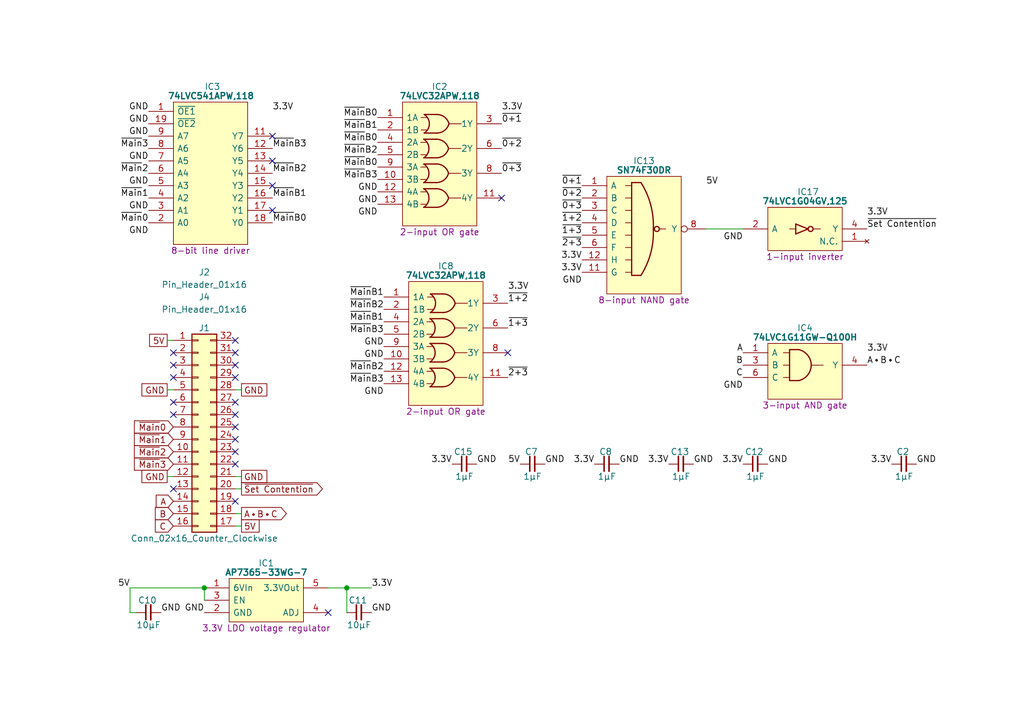
<source format=kicad_sch>
(kicad_sch (version 20250114) (generator "eeschema") (generator_version "9.0")
  (paper "A5")
  (title_block (title "Main Memory Small Abort") (date "2025-09-16") (rev "V0"))
  (lib_symbols
    (symbol "74LVC32APW,118_1" (pin_names (offset 0.762))
      (property "Reference" "IC" (at 12.7 6.35 0))
      (property "Value" "74LVC32APW,118" (at 12.7 4.445 0))
      (property "Description" "2-input OR gate" (at 12.7 -23.495 0))
      (symbol "74LVC32APW,118_1_0_0"
        (pin passive line (at 0 0 0) (length 5.08) (name "1A") (number "1"))
        (pin passive line (at 0 -2.54 0) (length 5.08) (name "1B") (number "2"))
        (pin passive line (at 0 -5.08 0) (length 5.08) (name "2A") (number "4"))
        (pin passive line (at 0 -7.62 0) (length 5.08) (name "2B") (number "5"))
        (pin passive line (at 0 -10.16 0) (length 5.08) (name "3A") (number "9"))
        (pin passive line (at 0 -12.7 0) (length 5.08) (name "3B") (number "10"))
        (pin passive line (at 0 -15.24 0) (length 5.08) (name "4A") (number "12"))
        (pin passive line (at 0 -17.78 0) (length 5.08) (name "4B") (number "13"))
        (pin passive line (at 0 -20.32 0) (length 5.08) (hide yes) (name "GND") (number "7"))
        (pin passive line (at 25.4 1.27 180) (length 5.08) (hide yes) (name "3V") (number "14"))
        (pin passive line (at 25.4 -1.27 180) (length 5.08) (name "1Y") (number "3"))
        (pin passive line (at 25.4 -6.35 180) (length 5.08) (name "2Y") (number "6"))
        (pin passive line (at 25.4 -11.43 180) (length 5.08) (name "3Y") (number "8"))
        (pin passive line (at 25.4 -16.51 180) (length 5.08) (name "4Y") (number "11"))
      )
      (symbol "74LVC32APW,118_1_0_1"
        (polyline (pts (xy 5.08 3.175) (xy 20.32 3.175) (xy 20.32 -22.225) (xy 5.08 -22.225) (xy 5.08 3.175)) (stroke (width 0.1524)) (fill (type background)))
        (arc (start 9.437 -4.445) (mid 10.4969 -6.35) (end 9.437 -8.255) (stroke (width 0.254)))
        (arc (start 9.437 -9.525) (mid 10.4969 -11.43) (end 9.437 -13.335) (stroke (width 0.254)))
        (arc (start 9.437 -14.605) (mid 10.4969 -16.51) (end 9.437 -18.415) (stroke (width 0.254)))
        (arc (start 9.525 0.635) (mid 10.5849 -1.27) (end 9.525 -3.175) (stroke (width 0.254)))
        (polyline (pts (xy 8.802 -5.08) (xy 10.0719 -5.08)))
        (polyline (pts (xy 8.802 -7.62) (xy 10.0719 -7.62)))
        (polyline (pts (xy 8.802 -10.16) (xy 10.0719 -10.16)))
        (polyline (pts (xy 8.802 -12.7) (xy 10.0719 -12.7)))
        (polyline (pts (xy 8.802 -15.24) (xy 10.0719 -15.24)))
        (polyline (pts (xy 8.802 -17.78) (xy 10.0719 -17.78)))
        (polyline (pts (xy 8.89 0) (xy 10.1599 0)))
        (polyline (pts (xy 8.89 -2.54) (xy 10.1599 -2.54)))
        (polyline (pts (xy 11.977 -4.445) (xy 9.437 -4.445)) (stroke (width 0.254)) (fill (type background)))
        (polyline (pts (xy 11.977 -8.255) (xy 9.437 -8.255)) (stroke (width 0.254)) (fill (type background)))
        (polyline (pts (xy 11.977 -9.525) (xy 9.437 -9.525)) (stroke (width 0.254)) (fill (type background)))
        (polyline (pts (xy 11.977 -13.335) (xy 9.437 -13.335)) (stroke (width 0.254)) (fill (type background)))
        (polyline (pts (xy 11.977 -14.605) (xy 9.437 -14.605)) (stroke (width 0.254)) (fill (type background)))
        (polyline (pts (xy 11.977 -18.415) (xy 9.437 -18.415)) (stroke (width 0.254)) (fill (type background)))
        (arc (start 14.517 -6.35) (mid 13.5755 -7.7405) (end 11.977 -8.255) (stroke (width 0.254)))
        (arc (start 14.517 -11.43) (mid 13.5755 -12.8205) (end 11.977 -13.335) (stroke (width 0.254)))
        (arc (start 14.517 -16.51) (mid 13.5755 -17.9005) (end 11.977 -18.415) (stroke (width 0.254)))
        (arc (start 11.977 -4.445) (mid 13.576 -4.9588) (end 14.517 -6.35) (stroke (width 0.254)))
        (arc (start 11.977 -9.525) (mid 13.576 -10.0388) (end 14.517 -11.43) (stroke (width 0.254)))
        (arc (start 11.977 -14.605) (mid 13.576 -15.1188) (end 14.517 -16.51) (stroke (width 0.254)))
        (polyline (pts (xy 12.065 0.635) (xy 9.525 0.635)) (stroke (width 0.254)) (fill (type background)))
        (polyline (pts (xy 12.065 -3.175) (xy 9.525 -3.175)) (stroke (width 0.254)) (fill (type background)))
        (arc (start 14.605 -1.27) (mid 13.6633 -2.6604) (end 12.065 -3.175) (stroke (width 0.254)))
        (arc (start 12.065 0.635) (mid 13.664 0.1212) (end 14.605 -1.27) (stroke (width 0.254)))
        (polyline (pts (xy 14.517 -6.35) (xy 17.057 -6.35)))
        (polyline (pts (xy 14.517 -11.43) (xy 17.057 -11.43)))
        (polyline (pts (xy 14.517 -16.51) (xy 17.057 -16.51)))
        (polyline (pts (xy 14.605 -1.27) (xy 17.145 -1.27)))
      )
    )
    (symbol "74LVC32APW,118_2" (pin_names (offset 0.762))
      (property "Reference" "IC" (at 12.7 6.35 0))
      (property "Value" "74LVC32APW,118" (at 12.7 4.445 0))
      (property "Description" "2-input OR gate" (at 12.7 -23.495 0))
      (symbol "74LVC32APW,118_2_0_0"
        (pin passive line (at 0 0 0) (length 5.08) (name "1A") (number "1"))
        (pin passive line (at 0 -2.54 0) (length 5.08) (name "1B") (number "2"))
        (pin passive line (at 0 -5.08 0) (length 5.08) (name "2A") (number "4"))
        (pin passive line (at 0 -7.62 0) (length 5.08) (name "2B") (number "5"))
        (pin passive line (at 0 -10.16 0) (length 5.08) (name "3A") (number "9"))
        (pin passive line (at 0 -12.7 0) (length 5.08) (name "3B") (number "10"))
        (pin passive line (at 0 -15.24 0) (length 5.08) (name "4A") (number "12"))
        (pin passive line (at 0 -17.78 0) (length 5.08) (name "4B") (number "13"))
        (pin passive line (at 0 -20.32 0) (length 5.08) (hide yes) (name "GND") (number "7"))
        (pin passive line (at 25.4 1.27 180) (length 5.08) (hide yes) (name "3V") (number "14"))
        (pin passive line (at 25.4 -1.27 180) (length 5.08) (name "1Y") (number "3"))
        (pin passive line (at 25.4 -6.35 180) (length 5.08) (name "2Y") (number "6"))
        (pin passive line (at 25.4 -11.43 180) (length 5.08) (name "3Y") (number "8"))
        (pin passive line (at 25.4 -16.51 180) (length 5.08) (name "4Y") (number "11"))
      )
      (symbol "74LVC32APW,118_2_0_1"
        (polyline (pts (xy 5.08 3.175) (xy 20.32 3.175) (xy 20.32 -22.225) (xy 5.08 -22.225) (xy 5.08 3.175)) (stroke (width 0.1524)) (fill (type background)))
        (arc (start 9.437 -4.445) (mid 10.4969 -6.35) (end 9.437 -8.255) (stroke (width 0.254)))
        (arc (start 9.437 -9.525) (mid 10.4969 -11.43) (end 9.437 -13.335) (stroke (width 0.254)))
        (arc (start 9.437 -14.605) (mid 10.4969 -16.51) (end 9.437 -18.415) (stroke (width 0.254)))
        (arc (start 9.525 0.635) (mid 10.5849 -1.27) (end 9.525 -3.175) (stroke (width 0.254)))
        (polyline (pts (xy 8.802 -5.08) (xy 10.0719 -5.08)))
        (polyline (pts (xy 8.802 -7.62) (xy 10.0719 -7.62)))
        (polyline (pts (xy 8.802 -10.16) (xy 10.0719 -10.16)))
        (polyline (pts (xy 8.802 -12.7) (xy 10.0719 -12.7)))
        (polyline (pts (xy 8.802 -15.24) (xy 10.0719 -15.24)))
        (polyline (pts (xy 8.802 -17.78) (xy 10.0719 -17.78)))
        (polyline (pts (xy 8.89 0) (xy 10.1599 0)))
        (polyline (pts (xy 8.89 -2.54) (xy 10.1599 -2.54)))
        (polyline (pts (xy 11.977 -4.445) (xy 9.437 -4.445)) (stroke (width 0.254)) (fill (type background)))
        (polyline (pts (xy 11.977 -8.255) (xy 9.437 -8.255)) (stroke (width 0.254)) (fill (type background)))
        (polyline (pts (xy 11.977 -9.525) (xy 9.437 -9.525)) (stroke (width 0.254)) (fill (type background)))
        (polyline (pts (xy 11.977 -13.335) (xy 9.437 -13.335)) (stroke (width 0.254)) (fill (type background)))
        (polyline (pts (xy 11.977 -14.605) (xy 9.437 -14.605)) (stroke (width 0.254)) (fill (type background)))
        (polyline (pts (xy 11.977 -18.415) (xy 9.437 -18.415)) (stroke (width 0.254)) (fill (type background)))
        (arc (start 14.517 -6.35) (mid 13.5755 -7.7405) (end 11.977 -8.255) (stroke (width 0.254)))
        (arc (start 14.517 -11.43) (mid 13.5755 -12.8205) (end 11.977 -13.335) (stroke (width 0.254)))
        (arc (start 14.517 -16.51) (mid 13.5755 -17.9005) (end 11.977 -18.415) (stroke (width 0.254)))
        (arc (start 11.977 -4.445) (mid 13.576 -4.9588) (end 14.517 -6.35) (stroke (width 0.254)))
        (arc (start 11.977 -9.525) (mid 13.576 -10.0388) (end 14.517 -11.43) (stroke (width 0.254)))
        (arc (start 11.977 -14.605) (mid 13.576 -15.1188) (end 14.517 -16.51) (stroke (width 0.254)))
        (polyline (pts (xy 12.065 0.635) (xy 9.525 0.635)) (stroke (width 0.254)) (fill (type background)))
        (polyline (pts (xy 12.065 -3.175) (xy 9.525 -3.175)) (stroke (width 0.254)) (fill (type background)))
        (arc (start 14.605 -1.27) (mid 13.6633 -2.6604) (end 12.065 -3.175) (stroke (width 0.254)))
        (arc (start 12.065 0.635) (mid 13.664 0.1212) (end 14.605 -1.27) (stroke (width 0.254)))
        (polyline (pts (xy 14.517 -6.35) (xy 17.057 -6.35)))
        (polyline (pts (xy 14.517 -11.43) (xy 17.057 -11.43)))
        (polyline (pts (xy 14.517 -16.51) (xy 17.057 -16.51)))
        (polyline (pts (xy 14.605 -1.27) (xy 17.145 -1.27)))
      )
    )
    (symbol "Connector_Generic:Conn_02x16_Counter_Clockwise" (pin_names (offset 1.016) (hide yes))
      (property "Reference" "J" (at 1.27 20.32 0))
      (property "Value" "Conn_02x16_Counter_Clockwise" (at 1.27 -22.86 0))
      (symbol "Conn_02x16_Counter_Clockwise_1_1"
        (rectangle (start -1.27 19.05) (end 3.81 -21.59) (stroke (width 0.254)) (fill (type background)))
        (rectangle (start -1.27 17.907) (end 0 17.653) (stroke (width 0.1524)))
        (rectangle (start -1.27 15.367) (end 0 15.113) (stroke (width 0.1524)))
        (rectangle (start -1.27 12.827) (end 0 12.573) (stroke (width 0.1524)))
        (rectangle (start -1.27 10.287) (end 0 10.033) (stroke (width 0.1524)))
        (rectangle (start -1.27 7.747) (end 0 7.493) (stroke (width 0.1524)))
        (rectangle (start -1.27 5.207) (end 0 4.953) (stroke (width 0.1524)))
        (rectangle (start -1.27 2.667) (end 0 2.413) (stroke (width 0.1524)))
        (rectangle (start -1.27 0.127) (end 0 -0.127) (stroke (width 0.1524)))
        (rectangle (start -1.27 -2.413) (end 0 -2.667) (stroke (width 0.1524)))
        (rectangle (start -1.27 -4.953) (end 0 -5.207) (stroke (width 0.1524)))
        (rectangle (start -1.27 -7.493) (end 0 -7.747) (stroke (width 0.1524)))
        (rectangle (start -1.27 -10.033) (end 0 -10.287) (stroke (width 0.1524)))
        (rectangle (start -1.27 -12.573) (end 0 -12.827) (stroke (width 0.1524)))
        (rectangle (start -1.27 -15.113) (end 0 -15.367) (stroke (width 0.1524)))
        (rectangle (start -1.27 -17.653) (end 0 -17.907) (stroke (width 0.1524)))
        (rectangle (start -1.27 -20.193) (end 0 -20.447) (stroke (width 0.1524)))
        (rectangle (start 3.81 17.907) (end 2.54 17.653) (stroke (width 0.1524)))
        (rectangle (start 3.81 15.367) (end 2.54 15.113) (stroke (width 0.1524)))
        (rectangle (start 3.81 12.827) (end 2.54 12.573) (stroke (width 0.1524)))
        (rectangle (start 3.81 10.287) (end 2.54 10.033) (stroke (width 0.1524)))
        (rectangle (start 3.81 7.747) (end 2.54 7.493) (stroke (width 0.1524)))
        (rectangle (start 3.81 5.207) (end 2.54 4.953) (stroke (width 0.1524)))
        (rectangle (start 3.81 2.667) (end 2.54 2.413) (stroke (width 0.1524)))
        (rectangle (start 3.81 0.127) (end 2.54 -0.127) (stroke (width 0.1524)))
        (rectangle (start 3.81 -2.413) (end 2.54 -2.667) (stroke (width 0.1524)))
        (rectangle (start 3.81 -4.953) (end 2.54 -5.207) (stroke (width 0.1524)))
        (rectangle (start 3.81 -7.493) (end 2.54 -7.747) (stroke (width 0.1524)))
        (rectangle (start 3.81 -10.033) (end 2.54 -10.287) (stroke (width 0.1524)))
        (rectangle (start 3.81 -12.573) (end 2.54 -12.827) (stroke (width 0.1524)))
        (rectangle (start 3.81 -15.113) (end 2.54 -15.367) (stroke (width 0.1524)))
        (rectangle (start 3.81 -17.653) (end 2.54 -17.907) (stroke (width 0.1524)))
        (rectangle (start 3.81 -20.193) (end 2.54 -20.447) (stroke (width 0.1524)))
        (pin passive line (at -5.08 17.78 0) (length 3.81) (name "Pin_1") (number "1"))
        (pin passive line (at -5.08 15.24 0) (length 3.81) (name "Pin_2") (number "2"))
        (pin passive line (at -5.08 12.7 0) (length 3.81) (name "Pin_3") (number "3"))
        (pin passive line (at -5.08 10.16 0) (length 3.81) (name "Pin_4") (number "4"))
        (pin passive line (at -5.08 7.62 0) (length 3.81) (name "Pin_5") (number "5"))
        (pin passive line (at -5.08 5.08 0) (length 3.81) (name "Pin_6") (number "6"))
        (pin passive line (at -5.08 2.54 0) (length 3.81) (name "Pin_7") (number "7"))
        (pin passive line (at -5.08 0 0) (length 3.81) (name "Pin_8") (number "8"))
        (pin passive line (at -5.08 -2.54 0) (length 3.81) (name "Pin_9") (number "9"))
        (pin passive line (at -5.08 -5.08 0) (length 3.81) (name "Pin_10") (number "10"))
        (pin passive line (at -5.08 -7.62 0) (length 3.81) (name "Pin_11") (number "11"))
        (pin passive line (at -5.08 -10.16 0) (length 3.81) (name "Pin_12") (number "12"))
        (pin passive line (at -5.08 -12.7 0) (length 3.81) (name "Pin_13") (number "13"))
        (pin passive line (at -5.08 -15.24 0) (length 3.81) (name "Pin_14") (number "14"))
        (pin passive line (at -5.08 -17.78 0) (length 3.81) (name "Pin_15") (number "15"))
        (pin passive line (at -5.08 -20.32 0) (length 3.81) (name "Pin_16") (number "16"))
        (pin passive line (at 7.62 17.78 180) (length 3.81) (name "Pin_32") (number "32"))
        (pin passive line (at 7.62 15.24 180) (length 3.81) (name "Pin_31") (number "31"))
        (pin passive line (at 7.62 12.7 180) (length 3.81) (name "Pin_30") (number "30"))
        (pin passive line (at 7.62 10.16 180) (length 3.81) (name "Pin_29") (number "29"))
        (pin passive line (at 7.62 7.62 180) (length 3.81) (name "Pin_28") (number "28"))
        (pin passive line (at 7.62 5.08 180) (length 3.81) (name "Pin_27") (number "27"))
        (pin passive line (at 7.62 2.54 180) (length 3.81) (name "Pin_26") (number "26"))
        (pin passive line (at 7.62 0 180) (length 3.81) (name "Pin_25") (number "25"))
        (pin passive line (at 7.62 -2.54 180) (length 3.81) (name "Pin_24") (number "24"))
        (pin passive line (at 7.62 -5.08 180) (length 3.81) (name "Pin_23") (number "23"))
        (pin passive line (at 7.62 -7.62 180) (length 3.81) (name "Pin_22") (number "22"))
        (pin passive line (at 7.62 -10.16 180) (length 3.81) (name "Pin_21") (number "21"))
        (pin passive line (at 7.62 -12.7 180) (length 3.81) (name "Pin_20") (number "20"))
        (pin passive line (at 7.62 -15.24 180) (length 3.81) (name "Pin_19") (number "19"))
        (pin passive line (at 7.62 -17.78 180) (length 3.81) (name "Pin_18") (number "18"))
        (pin passive line (at 7.62 -20.32 180) (length 3.81) (name "Pin_17") (number "17"))
      )
    )
    (symbol "Diodes_Inc:AP7365-33WG-7" (pin_names (offset 0.762))
      (property "Reference" "IC" (at 12.7 5.08 0))
      (property "Value" "AP7365-33WG-7" (at 12.7 3.175 0))
      (property "Description" "3.3V LDO voltage regulator" (at 12.7 -8.255 0))
      (symbol "AP7365-33WG-7_0_0"
        (pin input line (at 0 -2.54 0) (length 5.08) (name "EN") (number "3"))
        (pin passive line (at 0 -5.08 0) (length 5.08) (name "GND") (number "2"))
        (pin passive line (at 25.4 -5.08 180) (length 5.08) (name "ADJ") (number "4"))
      )
      (symbol "AP7365-33WG-7_0_1"
        (polyline (pts (xy 5.08 1.905) (xy 20.32 1.905) (xy 20.32 -6.985) (xy 5.08 -6.985) (xy 5.08 1.905)) (fill (type background)))
      )
      (symbol "AP7365-33WG-7_1_0"
        (pin passive line (at 0 0 0) (length 5.08) (name "6VIn") (number "1"))
        (pin passive line (at 25.4 0 180) (length 5.08) (name "3.3VOut") (number "5"))
      )
    )
    (symbol "HCP65:C_0805" (pin_numbers (hide yes)) (pin_names (offset 0.254) (hide yes))
      (property "Reference" "C" (at 2.286 2.54 0))
      (property "Value" "?μF" (at 2.54 -2.54 0))
      (symbol "C_0805_0_1"
        (polyline (pts (xy 1.9685 -1.4605) (xy 1.9685 1.5875)) (stroke (width 0.3048)))
        (polyline (pts (xy 2.9845 -1.4605) (xy 2.9845 1.5875)) (stroke (width 0.3302)))
      )
      (symbol "C_0805_1_1"
        (pin passive line (at 0 0 0) (length 2.032) (name "~") (number "1"))
        (pin passive line (at 5.08 0 180) (length 2.032) (name "~") (number "2"))
      )
    )
    (symbol "HCP65:Pin_Header_01x32" (pin_names (offset 1.016) (hide yes))
      (property "Reference" "J" (at 0 1.27 0))
      (property "Value" "Pin_Header_01x32" (at 0 -1.27 0))
    )
    (symbol "Nexperia:74LVC1G04GV,125" (pin_names (offset 0.762))
      (property "Reference" "IC" (at 13.335 5.08 0))
      (property "Value" "74LVC1G04GV,125" (at 12.7 3.175 0))
      (property "Description" "1-input inverter" (at 12.7 -8.255 0))
      (symbol "74LVC1G04GV,125_0_0"
        (pin input line (at 0 -2.54 0) (length 5.08) (name "A") (number "2"))
        (pin passive line (at 0 -5.08 0) (length 5.08) (hide yes) (name "GND") (number "3"))
        (pin passive line (at 25.4 0 180) (length 5.08) (hide yes) (name "3V") (number "5"))
        (pin output line (at 25.4 -2.54 180) (length 5.08) (name "Y") (number "4"))
        (pin no_connect line (at 25.4 -5.08 180) (length 5.08) (name "N.C.") (number "1"))
      )
      (symbol "74LVC1G04GV,125_0_1"
        (polyline (pts (xy 5.08 1.905) (xy 20.32 1.905) (xy 20.32 -6.985) (xy 5.08 -6.985) (xy 5.08 1.905)) (stroke (width 0.1524)) (fill (type background)))
        (polyline (pts (xy 9.525 -2.54) (xy 10.7949 -2.54)))
        (rectangle (start 10.795 -1.524) (end 10.795 -3.556) (stroke (width 0.254)) (fill (type background)))
        (polyline (pts (xy 10.795 -3.556) (xy 13.335 -2.54) (xy 10.795 -1.524)) (stroke (width 0.254)))
        (circle (center 13.843 -2.54) (radius 0.508) (stroke (width 0.254)))
        (polyline (pts (xy 14.351 -2.54) (xy 15.875 -2.54)))
      )
    )
    (symbol "Nexperia:74LVC1G11GW-Q100H" (pin_names (offset 0.762))
      (property "Reference" "IC" (at 12.7 5.08 0))
      (property "Value" "74LVC1G11GW-Q100H" (at 12.7 3.175 0))
      (property "Description" "3-input AND gate" (at 12.7 -10.795 0))
      (symbol "74LVC1G11GW-Q100H_0_0"
        (pin input line (at 0 0 0) (length 5.08) (name "A") (number "1"))
        (pin input line (at 0 -2.54 0) (length 5.08) (name "B") (number "3"))
        (pin input line (at 0 -5.08 0) (length 5.08) (name "C") (number "6"))
        (pin output line (at 25.4 -2.54 180) (length 5.08) (name "Y") (number "4"))
      )
      (symbol "74LVC1G11GW-Q100H_0_1"
        (polyline (pts (xy 5.08 1.905) (xy 20.32 1.905) (xy 20.32 -9.525) (xy 5.08 -9.525) (xy 5.08 1.905)) (stroke (width 0.1524)) (fill (type background)))
        (polyline (pts (xy 8.255 0) (xy 9.5249 0)))
        (polyline (pts (xy 8.255 -2.54) (xy 9.5249 -2.54)))
        (polyline (pts (xy 8.255 -5.08) (xy 9.5249 -5.08)))
        (polyline (pts (xy 9.525 0.635) (xy 9.525 -5.715)) (stroke (width 0.254)) (fill (type background)))
        (arc (start 13.97 -2.54) (mid 13.2459 -4.5643) (end 11.43 -5.715) (stroke (width 0.254)))
        (arc (start 11.43 0.635) (mid 13.2468 -0.5149) (end 13.97 -2.54) (stroke (width 0.254)))
        (polyline (pts (xy 11.43 0.635) (xy 9.613 0.635)) (stroke (width 0.254)) (fill (type background)))
        (polyline (pts (xy 11.43 -5.715) (xy 9.613 -5.715)) (stroke (width 0.254)) (fill (type background)))
        (polyline (pts (xy 13.97 -2.54) (xy 16.422 -2.54)))
      )
      (symbol "74LVC1G11GW-Q100H_1_0"
        (pin passive line (at 0 -7.62 0) (length 5.08) (hide yes) (name "GND") (number "2"))
        (pin passive line (at 25.4 0 180) (length 5.08) (hide yes) (name "3V") (number "5"))
      )
    )
    (symbol "Nexperia:74LVC541APW,118" (pin_names (offset 0.762))
      (property "Reference" "IC" (at 11.43 5.08 0))
      (property "Value" "74LVC541APW,118" (at 3.81 3.175 0))
      (property "Description" "8-bit line driver" (at 12.7 -28.575 0))
      (symbol "74LVC541APW,118_0_0"
        (pin input line (at 0 0 0) (length 5.08) (name "~{OE1}") (number "1"))
        (pin input line (at 0 -2.54 0) (length 5.08) (name "~{OE2}") (number "19"))
        (pin input line (at 0 -5.08 0) (length 5.08) (name "A7") (number "9"))
        (pin input line (at 0 -7.62 0) (length 5.08) (name "A6") (number "8"))
        (pin input line (at 0 -10.16 0) (length 5.08) (name "A5") (number "7"))
        (pin input line (at 0 -12.7 0) (length 5.08) (name "A4") (number "6"))
        (pin input line (at 0 -15.24 0) (length 5.08) (name "A3") (number "5"))
        (pin input line (at 0 -17.78 0) (length 5.08) (name "A2") (number "4"))
        (pin input line (at 0 -20.32 0) (length 5.08) (name "A1") (number "3"))
        (pin input line (at 0 -22.86 0) (length 5.08) (name "A0") (number "2"))
        (pin passive line (at 0 -25.4 0) (length 5.08) (hide yes) (name "GND") (number "10"))
        (pin passive line (at 25.4 0 180) (length 5.08) (hide yes) (name "3V") (number "20"))
        (pin tri_state line (at 25.4 -5.08 180) (length 5.08) (name "Y7") (number "11"))
        (pin tri_state line (at 25.4 -7.62 180) (length 5.08) (name "Y6") (number "12"))
        (pin tri_state line (at 25.4 -10.16 180) (length 5.08) (name "Y5") (number "13"))
        (pin tri_state line (at 25.4 -12.7 180) (length 5.08) (name "Y4") (number "14"))
        (pin tri_state line (at 25.4 -15.24 180) (length 5.08) (name "Y3") (number "15"))
        (pin tri_state line (at 25.4 -17.78 180) (length 5.08) (name "Y2") (number "16"))
        (pin tri_state line (at 25.4 -20.32 180) (length 5.08) (name "Y1") (number "17"))
        (pin tri_state line (at 25.4 -22.86 180) (length 5.08) (name "Y0") (number "18"))
      )
      (symbol "74LVC541APW,118_0_1"
        (polyline (pts (xy 5.08 1.905) (xy 20.32 1.905) (xy 20.32 -27.305) (xy 5.08 -27.305) (xy 5.08 1.905)) (stroke (width 0.1524)) (fill (type background)))
      )
    )
    (symbol "Texas_Instruments:SN74F30DR" (pin_names (offset 0.762))
      (property "Reference" "IC" (at 12.7 5.08 0))
      (property "Value" "SN74F30DR" (at 12.7 3.175 0))
      (property "Description" "8-input NAND gate" (at 12.7 -23.495 0))
      (symbol "SN74F30DR_0_0"
        (pin input line (at 0 0 0) (length 5.08) (name "A") (number "1"))
        (pin input line (at 0 -2.54 0) (length 5.08) (name "B") (number "2"))
        (pin input line (at 0 -5.08 0) (length 5.08) (name "C") (number "3"))
        (pin input line (at 0 -7.62 0) (length 5.08) (name "D") (number "4"))
        (pin input line (at 0 -10.16 0) (length 5.08) (name "E") (number "5"))
        (pin input line (at 0 -12.7 0) (length 5.08) (name "F") (number "6"))
        (pin input line (at 0 -15.24 0) (length 5.08) (name "H") (number "12"))
        (pin input line (at 0 -17.78 0) (length 5.08) (name "G") (number "11"))
        (pin passive line (at 0 -20.32 0) (length 5.08) (hide yes) (name "GND") (number "7"))
        (pin passive line (at 25.4 0 180) (length 5.08) (hide yes) (name "5V") (number "14"))
        (pin no_connect line (at 25.4 -15.24 180) (length 5.08) (hide yes) (name "N.C.") (number "13"))
        (pin no_connect line (at 25.4 -17.78 180) (length 5.08) (hide yes) (name "N.C.") (number "10"))
        (pin no_connect line (at 25.4 -20.32 180) (length 5.08) (hide yes) (name "N.C.") (number "9"))
      )
      (symbol "SN74F30DR_0_1"
        (arc (start 12.065 0.635) (mid 14.0638 -3.9331) (end 14.605 -8.89) (stroke (width 0.254)))
        (arc (start 14.605 -8.89) (mid 14.065 -13.8472) (end 12.065 -18.415) (stroke (width 0.254)))
        (polyline (pts (xy 5.08 1.905) (xy 20.32 1.905) (xy 20.32 -22.225) (xy 5.08 -22.225) (xy 5.08 1.905)) (stroke (width 0.1524)) (fill (type background)))
        (polyline (pts (xy 8.89 0) (xy 10.1599 0)))
        (polyline (pts (xy 8.89 -2.54) (xy 10.1599 -2.54)))
        (polyline (pts (xy 8.89 -5.08) (xy 10.1599 -5.08)))
        (polyline (pts (xy 8.89 -7.62) (xy 10.1599 -7.62)))
        (polyline (pts (xy 8.89 -10.16) (xy 10.1599 -10.16)))
        (polyline (pts (xy 8.89 -12.7) (xy 10.1599 -12.7)))
        (polyline (pts (xy 8.89 -15.24) (xy 10.1599 -15.24)))
        (polyline (pts (xy 8.89 -17.78) (xy 10.1599 -17.78)))
        (polyline (pts (xy 10.16 0.635) (xy 10.16 -18.415)) (stroke (width 0.254)) (fill (type background)))
        (polyline (pts (xy 12.065 0.635) (xy 10.248 0.635)) (stroke (width 0.254)) (fill (type background)))
        (polyline (pts (xy 12.065 -18.415) (xy 10.248 -18.415)) (stroke (width 0.254)) (fill (type background)))
        (circle (center 15.328 -8.89) (radius 0.508) (stroke (width 0.254)))
        (polyline (pts (xy 15.963 -8.89) (xy 17.145 -8.89)))
      )
      (symbol "SN74F30DR_1_0"
        (pin output inverted (at 25.4 -8.89 180) (length 5.08) (name "Y") (number "8"))
      )
    )
  )
  (junction (at 41.91 120.65))
  (junction (at 71.12 120.65))
  (no_connect (at 48.26 72.39))
  (no_connect (at 35.56 82.55))
  (no_connect (at 35.56 77.47))
  (no_connect (at 48.26 69.85))
  (no_connect (at 48.26 87.63))
  (no_connect (at 67.31 125.73))
  (no_connect (at 48.26 95.25))
  (no_connect (at 35.56 100.33))
  (no_connect (at 55.88 27.94))
  (no_connect (at 48.26 102.87))
  (no_connect (at 35.56 85.09))
  (no_connect (at 48.26 82.55))
  (no_connect (at 35.56 72.39))
  (no_connect (at 55.88 38.1))
  (no_connect (at 48.26 92.71))
  (no_connect (at 55.88 33.02))
  (no_connect (at 48.26 74.93))
  (no_connect (at 104.14 72.39))
  (no_connect (at 102.87 40.64))
  (no_connect (at 35.56 74.93))
  (no_connect (at 55.88 43.18))
  (no_connect (at 48.26 85.09))
  (no_connect (at 48.26 90.17))
  (no_connect (at 48.26 77.47))
  (wire (pts (xy 71.12 125.73) (xy 71.12 120.65)))
  (wire (pts (xy 34.29 80.01) (xy 35.56 80.01)))
  (wire (pts (xy 49.53 105.41) (xy 48.26 105.41)))
  (wire (pts (xy 26.67 120.65) (xy 41.91 120.65)))
  (wire (pts (xy 41.91 120.65) (xy 41.91 123.19)))
  (wire (pts (xy 49.53 107.95) (xy 48.26 107.95)))
  (wire (pts (xy 34.29 69.85) (xy 35.56 69.85)))
  (wire (pts (xy 67.31 120.65) (xy 71.12 120.65)))
  (wire (pts (xy 26.67 120.65) (xy 26.67 125.73)))
  (wire (pts (xy 49.53 97.79) (xy 48.26 97.79)))
  (wire (pts (xy 49.53 80.01) (xy 48.26 80.01)))
  (wire (pts (xy 144.78 46.99) (xy 152.4 46.99)))
  (wire (pts (xy 34.29 97.79) (xy 35.56 97.79)))
  (wire (pts (xy 26.67 125.73) (xy 27.94 125.73)))
  (wire (pts (xy 71.12 120.65) (xy 76.2 120.65)))
  (wire (pts (xy 49.53 100.33) (xy 48.26 100.33)))
  (label "3.3V" (at 92.71 95.25 180))
  (label "3.3V" (at 182.88 95.25 180))
  (label "~{Main}3" (at 30.48 30.48 180))
  (label "~{1+3}" (at 119.38 48.26 180))
  (label "GND" (at 30.48 43.18 180))
  (label "~{Main}B2" (at 77.47 31.75 180))
  (label "GND" (at 111.76 95.25 0))
  (label "3.3V" (at 137.16 95.25 180))
  (label "~{1+3}" (at 104.14 67.31 0))
  (label "GND" (at 30.48 38.1 180))
  (label "GND" (at 76.2 125.73 0))
  (label "3.3V" (at 102.87 22.86 0))
  (label "GND" (at 78.74 81.28 180))
  (label "GND" (at 152.4 80.01 180))
  (label "~{Main}B3" (at 78.74 68.58 180))
  (label "~{Main}2" (at 30.48 35.56 180))
  (label "GND" (at 78.74 71.12 180))
  (label "GND" (at 30.48 25.4 180))
  (label "~{0+1}" (at 119.38 38.1 180))
  (label "~{0+3}" (at 102.87 35.56 0))
  (label "GND" (at 152.4 49.53 180))
  (label "~{0+3}" (at 119.38 43.18 180))
  (label "3.3V" (at 177.8 72.39 0))
  (label "GND" (at 187.96 95.25 0))
  (label "~{Main}B1" (at 78.74 60.96 180))
  (label "~{Main}B1" (at 55.88 40.64 0))
  (label "GND" (at 33.02 125.73 0))
  (label "5V" (at 26.67 120.65 180))
  (label "~{Main}1" (at 30.48 40.64 180))
  (label "~{Main}B0" (at 77.47 34.29 180))
  (label "3.3V" (at 104.14 59.69 0))
  (label "3.3V" (at 121.92 95.25 180))
  (label "GND" (at 30.48 33.02 180))
  (label "GND" (at 78.74 73.66 180))
  (label "GND" (at 30.48 22.86 180))
  (label "GND" (at 41.91 125.73 180))
  (label "3.3V" (at 152.4 95.25 180))
  (label "~{Main}B2" (at 55.88 35.56 0))
  (label "GND" (at 30.48 48.26 180))
  (label "~{Main}0" (at 30.48 45.72 180))
  (label "GND" (at 127 95.25 0))
  (label "~{Main}B1" (at 77.47 26.67 180))
  (label "~{2+3}" (at 119.38 50.8 180))
  (label "~{Main}B0" (at 77.47 24.13 180))
  (label "~{Main}B3" (at 55.88 30.48 0))
  (label "GND" (at 77.47 39.37 180))
  (label "~{Main}B3" (at 78.74 78.74 180))
  (label "~{1+2}" (at 119.38 45.72 180))
  (label "3.3V" (at 119.38 55.88 180))
  (label "A" (at 152.4 72.39 180))
  (label "3.3V" (at 177.8 44.45 0))
  (label "3.3V" (at 119.38 53.34 180))
  (label "GND" (at 157.48 95.25 0))
  (label "~{0+2}" (at 119.38 40.64 180))
  (label "C" (at 152.4 77.47 180))
  (label "GND" (at 97.79 95.25 0))
  (label "A•B•C" (at 177.8 74.93 0))
  (label "~{Main}B1" (at 78.74 66.04 180))
  (label "3.3V" (at 55.88 22.86 0))
  (label "~{Main}B2" (at 78.74 63.5 180))
  (label "GND" (at 119.38 58.42 180))
  (label "3.3V" (at 76.2 120.65 0))
  (label "GND" (at 77.47 41.91 180))
  (label "~{2+3}" (at 104.14 77.47 0))
  (label "5V" (at 106.68 95.25 180))
  (label "~{Set Contention}" (at 177.8 46.99 0))
  (label "~{Main}B0" (at 77.47 29.21 180))
  (label "GND" (at 30.48 27.94 180))
  (label "B" (at 152.4 74.93 180))
  (label "5V" (at 144.78 38.1 0))
  (label "~{0+2}" (at 102.87 30.48 0))
  (label "~{Main}B2" (at 78.74 76.2 180))
  (label "GND" (at 77.47 44.45 180))
  (label "~{1+2}" (at 104.14 62.23 0))
  (label "~{Main}B0" (at 55.88 45.72 0))
  (label "~{0+1}" (at 102.87 25.4 0))
  (label "GND" (at 142.24 95.25 0))
  (label "~{Main}B3" (at 77.47 36.83 180))
  (global_label "~{Main}2" (shape input) (at 35.56 92.71 180) (property "Intersheetrefs" "${INTERSHEET_REFS}" (effects (hide yes))))
  (global_label "C" (shape input) (at 35.56 107.95 180) (property "Intersheetrefs" "${INTERSHEET_REFS}" (effects (hide yes))))
  (global_label "5V" (shape passive) (at 34.29 69.85 180) (property "Intersheetrefs" "${INTERSHEET_REFS}" (effects (hide yes))))
  (global_label "~{Main}0" (shape input) (at 35.56 87.63 180) (property "Intersheetrefs" "${INTERSHEET_REFS}" (effects (hide yes))))
  (global_label "A" (shape input) (at 35.56 102.87 180) (property "Intersheetrefs" "${INTERSHEET_REFS}" (effects (hide yes))))
  (global_label "GND" (shape passive) (at 49.53 80.01 0) (property "Intersheetrefs" "${INTERSHEET_REFS}" (effects (hide yes))))
  (global_label "5V" (shape passive) (at 49.53 107.95 0) (property "Intersheetrefs" "${INTERSHEET_REFS}" (effects (hide yes))))
  (global_label "~{Set Contention}" (shape output) (at 49.53 100.33 0) (property "Intersheetrefs" "${INTERSHEET_REFS}" (effects (hide yes))))
  (global_label "B" (shape input) (at 35.56 105.41 180) (property "Intersheetrefs" "${INTERSHEET_REFS}" (effects (hide yes))))
  (global_label "GND" (shape passive) (at 34.29 80.01 180) (property "Intersheetrefs" "${INTERSHEET_REFS}" (effects (hide yes))))
  (global_label "GND" (shape passive) (at 49.53 97.79 0) (property "Intersheetrefs" "${INTERSHEET_REFS}" (effects (hide yes))))
  (global_label "~{Main}3" (shape input) (at 35.56 95.25 180) (property "Intersheetrefs" "${INTERSHEET_REFS}" (effects (hide yes))))
  (global_label "GND" (shape passive) (at 34.29 97.79 180) (property "Intersheetrefs" "${INTERSHEET_REFS}" (effects (hide yes))))
  (global_label "A•B•C" (shape output) (at 49.53 105.41 0) (property "Intersheetrefs" "${INTERSHEET_REFS}" (effects (hide yes))))
  (global_label "~{Main}1" (shape input) (at 35.56 90.17 180) (property "Intersheetrefs" "${INTERSHEET_REFS}" (effects (hide yes))))
  (symbol (lib_id "HCP65:C_0805") (at 92.71 95.25 0) (unit 1)
    (property "Reference" "C15" (at 94.996 92.71 0))
    (property "Value" "1μF" (at 95.25 97.79 0))
    (property "Footprint" "SamacSys_Parts:C_0805" (effects (hide yes)))
  )
  (symbol (lib_id "HCP65:Pin_Header_01x32") (at 41.91 62.23 0) (unit 1)
    (property "Reference" "J4" (at 41.91 60.96 0))
    (property "Value" "Pin_Header_01x16" (at 41.91 63.5 0))
    (property "Footprint" "SamacSys_Parts:PinHeader_1x16_P2.54mm_Vertical" (effects (hide yes)))
  )
  (symbol (lib_name "74LVC32APW,118_1") (lib_id "Nexperia:74LVC32APW,118") (at 77.47 24.13 0) (unit 1)
    (property "Reference" "IC2" (at 90.17 17.78 0))
    (property "Value" "74LVC32APW,118" (at 90.17 19.685 0) (effects (font (bold yes))))
    (property "Footprint" "SamacSys_Parts:SOP65P640X110-14N" (effects (hide yes)))
    (property "Datasheet" "https://assets.nexperia.com/documents/data-sheet/74LVC32A.pdf" (effects (hide yes)))
    (property "Description" "2-input OR gate" (at 90.17 47.625 0))
    (property "Height" "1.1" (effects (hide yes)))
    (property "Manufacturer_Name" "Nexperia" (effects (hide yes)))
    (property "Manufacturer_Part_Number" "74LVC32APW,118" (effects (hide yes)))
    (property "Mouser Part Number" "771-74LVC32APW-T" (effects (hide yes)))
    (property "Mouser Price/Stock" "https://www.mouser.com/Search/Refine.aspx?Keyword=771-74LVC32APW-T" (effects (hide yes)))
    (property "Silkscreen" "74LVC32" (effects (hide yes)))
  )
  (symbol (lib_id "Texas_Instruments:SN74F30DR") (at 119.38 38.1 0) (unit 1)
    (property "Reference" "IC13" (at 132.08 33.02 0))
    (property "Value" "SN74F30DR" (at 132.08 34.925 0) (effects (font (bold yes))))
    (property "Footprint" "SamacSys_Parts:SOIC127P600X175-14N" (effects (hide yes)))
    (property "Datasheet" "http://www.ti.com/lit/gpn/sn74f30" (effects (hide yes)))
    (property "Description" "8-input NAND gate" (at 132.08 61.595 0))
    (property "Height" "1.75" (effects (hide yes)))
    (property "Manufacturer_Name" "Texas Instruments" (effects (hide yes)))
    (property "Manufacturer_Part_Number" "SN74F30DR" (effects (hide yes)))
    (property "Mouser Part Number" "595-SN74F30DR" (effects (hide yes)))
    (property "Mouser Price/Stock" "https://www.mouser.com/Search/Refine.aspx?Keyword=595-SN74F30DR" (effects (hide yes)))
    (property "Silkscreen" "74F30" (effects (hide yes)))
  )
  (symbol (lib_id "HCP65:C_0805") (at 152.4 95.25 0) (unit 1)
    (property "Reference" "C12" (at 154.686 92.71 0))
    (property "Value" "1μF" (at 154.94 97.79 0))
    (property "Footprint" "SamacSys_Parts:C_0805" (effects (hide yes)))
  )
  (symbol (lib_id "HCP65:Pin_Header_01x32") (at 41.91 57.15 0) (mirror y) (unit 1)
    (property "Reference" "J2" (at 41.91 55.88 0))
    (property "Value" "Pin_Header_01x16" (at 41.91 58.42 0))
    (property "Footprint" "SamacSys_Parts:PinHeader_1x16_P2.54mm_Vertical" (effects (hide yes)))
  )
  (symbol (lib_id "HCP65:C_0805") (at 182.88 95.25 0) (unit 1)
    (property "Reference" "C2" (at 185.166 92.71 0))
    (property "Value" "1μF" (at 185.42 97.79 0))
    (property "Footprint" "SamacSys_Parts:C_0805" (effects (hide yes)))
  )
  (symbol (lib_id "Nexperia:74LVC1G11GW-Q100H") (at 152.4 72.39 0) (unit 1)
    (property "Reference" "IC4" (at 165.1 67.31 0))
    (property "Value" "74LVC1G11GW-Q100H" (at 165.1 69.215 0) (effects (font (bold yes))))
    (property "Footprint" "SamacSys_Parts:SOP65P210X110-6N" (effects (hide yes)))
    (property "Datasheet" "https://assets.nexperia.com/documents/data-sheet/74LVC1G11_Q100.pdf" (effects (hide yes)))
    (property "Description" "3-input AND gate" (at 165.1 83.185 0))
    (property "Height" "1.1" (effects (hide yes)))
    (property "Manufacturer_Name" "Nexperia" (effects (hide yes)))
    (property "Manufacturer_Part_Number" "74LVC1G11GW-Q100H" (effects (hide yes)))
    (property "Mouser Part Number" "771-74LVC1G11GWQ100H" (effects (hide yes)))
    (property "Mouser Price/Stock" "https://www.mouser.co.uk/ProductDetail/Nexperia/74LVC1G11GW-Q100H?qs=cbprxTG2Yq8FEeh2WZ6ztg%3D%3D" (effects (hide yes)))
    (property "Silkscreen" "'1G11" (effects (hide yes)))
    (property "Garbage" "74LVC1G11-Q100 - Single 3-input AND gate@en-us" (effects (hide yes)))
  )
  (symbol (lib_id "HCP65:C_0805") (at 106.68 95.25 0) (unit 1)
    (property "Reference" "C7" (at 108.966 92.71 0))
    (property "Value" "1μF" (at 109.22 97.79 0))
    (property "Footprint" "SamacSys_Parts:C_0805" (effects (hide yes)))
  )
  (symbol (lib_id "HCP65:C_0805") (at 27.94 125.73 0) (unit 1)
    (property "Reference" "C10" (at 30.226 123.19 0))
    (property "Value" "10µF" (at 27.94 128.27 0) (effects (justify left)))
    (property "Footprint" "SamacSys_Parts:C_0805" (effects (hide yes)))
  )
  (symbol (lib_id "Nexperia:74LVC541APW,118") (at 30.48 22.86 0) (unit 1)
    (property "Reference" "IC3" (at 41.91 17.78 0) (effects (justify left)))
    (property "Value" "74LVC541APW,118" (at 34.29 19.685 0) (effects (font (bold yes)) (justify left)))
    (property "Footprint" "SamacSys_Parts:SOP65P640X110-20N" (effects (hide yes)))
    (property "Datasheet" "https://assets.nexperia.com/documents/data-sheet/74LVC541A.pdf" (effects (hide yes)))
    (property "Description" "8-bit line driver" (at 43.18 51.435 0))
    (property "Height" "1.1" (effects (hide yes)))
    (property "Mouser Part Number" "771-74LVC541APW-T" (effects (hide yes)))
    (property "Mouser Price/Stock" "https://www.mouser.co.uk/ProductDetail/Nexperia/74LVC541APW118?qs=me8TqzrmIYXvoPByM7nnJQ%3D%3D" (effects (hide yes)))
    (property "Manufacturer_Name" "Nexperia" (effects (hide yes)))
    (property "Manufacturer_Part_Number" "74LVC541APW,118" (effects (hide yes)))
    (property "Silkscreen" "74LVC541" (effects (hide yes)))
    (property "Garbage" "74LVC541A - Octal buffer/line driver with 5 V tolerant inputs/outputs; 3-state@en-us" (effects (hide yes)))
  )
  (symbol (lib_name "74LVC32APW,118_2") (lib_id "Nexperia:74LVC32APW,118") (at 78.74 60.96 0) (unit 1)
    (property "Reference" "IC8" (at 91.44 54.61 0))
    (property "Value" "74LVC32APW,118" (at 91.44 56.515 0) (effects (font (bold yes))))
    (property "Footprint" "SamacSys_Parts:SOP65P640X110-14N" (effects (hide yes)))
    (property "Datasheet" "https://assets.nexperia.com/documents/data-sheet/74LVC32A.pdf" (effects (hide yes)))
    (property "Description" "2-input OR gate" (at 91.44 84.455 0))
    (property "Height" "1.1" (effects (hide yes)))
    (property "Manufacturer_Name" "Nexperia" (effects (hide yes)))
    (property "Manufacturer_Part_Number" "74LVC32APW,118" (effects (hide yes)))
    (property "Mouser Part Number" "771-74LVC32APW-T" (effects (hide yes)))
    (property "Mouser Price/Stock" "https://www.mouser.com/Search/Refine.aspx?Keyword=771-74LVC32APW-T" (effects (hide yes)))
    (property "Silkscreen" "74LVC32" (effects (hide yes)))
  )
  (symbol (lib_id "Nexperia:74LVC1G04GV,125") (at 152.4 44.45 0) (unit 1)
    (property "Reference" "IC17" (at 165.735 39.37 0))
    (property "Value" "74LVC1G04GV,125" (at 165.1 41.275 0) (effects (font (bold yes))))
    (property "Footprint" "SamacSys_Parts:SOT95P275X110-5N" (effects (hide yes)))
    (property "Datasheet" "https://assets.nexperia.com/documents/data-sheet/74LVC1G04.pdf" (effects (hide yes)))
    (property "Description" "1-input inverter" (at 165.1 52.705 0))
    (property "Height" "1.1" (effects (hide yes)))
    (property "Manufacturer_Name" "Nexperia" (effects (hide yes)))
    (property "Manufacturer_Part_Number" "74LVC1G04GV,125" (effects (hide yes)))
    (property "Mouser Part Number" "771-74LVC1G04GV" (effects (hide yes)))
    (property "Mouser Price/Stock" "https://www.mouser.co.uk/ProductDetail/Nexperia/74LVC1G04GV125?qs=me8TqzrmIYW6McwMAxl%2F9w%3D%3D" (effects (hide yes)))
    (property "Silkscreen" "'1G04" (effects (hide yes)))
  )
  (symbol (lib_id "HCP65:C_0805") (at 121.92 95.25 0) (unit 1)
    (property "Reference" "C8" (at 124.206 92.71 0))
    (property "Value" "1μF" (at 124.46 97.79 0))
    (property "Footprint" "SamacSys_Parts:C_0805" (effects (hide yes)))
  )
  (symbol (lib_id "Diodes_Inc:AP7365-33WG-7") (at 41.91 120.65 0) (unit 1)
    (property "Reference" "IC1" (at 54.61 115.57 0))
    (property "Value" "AP7365-33WG-7" (at 54.61 117.475 0) (effects (font (bold yes))))
    (property "Footprint" "SamacSys_Parts:SOT95P285X130-5N" (effects (hide yes)))
    (property "Datasheet" "https://componentsearchengine.com/Datasheets/1/AP7365-33WG-7.pdf" (effects (hide yes)))
    (property "Description" "3.3V LDO voltage regulator" (at 54.61 128.905 0))
    (property "Height" "1.3" (effects (hide yes)))
    (property "Manufacturer_Name" "Diodes Inc." (effects (hide yes)))
    (property "Manufacturer_Part_Number" "AP7365-33WG-7" (effects (hide yes)))
    (property "Mouser Part Number" "621-AP7365-33WG-7" (effects (hide yes)))
    (property "Mouser Price/Stock" "https://www.mouser.co.uk/ProductDetail/Diodes-Incorporated/AP7365-33WG-7?qs=abZ1nkZpTuOZFvxvoFPL0w%3D%3D" (effects (hide yes)))
    (property "Arrow Part Number" "AP7365-33WG-7" (effects (hide yes)))
    (property "Arrow Price/Stock" "https://www.arrow.com/en/products/ap7365-33wg-7/diodes-incorporated?region=nac" (effects (hide yes)))
    (property "Silkscreen" "AP7365" (effects (hide yes)))
  )
  (symbol (lib_id "HCP65:C_0805") (at 137.16 95.25 0) (unit 1)
    (property "Reference" "C13" (at 139.446 92.71 0))
    (property "Value" "1μF" (at 139.7 97.79 0))
    (property "Footprint" "SamacSys_Parts:C_0805" (effects (hide yes)))
  )
  (symbol (lib_id "HCP65:C_0805") (at 71.12 125.73 0) (unit 1)
    (property "Reference" "C11" (at 73.406 123.19 0))
    (property "Value" "10µF" (at 71.12 128.27 0) (effects (justify left)))
    (property "Footprint" "SamacSys_Parts:C_0805" (effects (hide yes)))
  )
  (symbol (lib_id "Connector_Generic:Conn_02x16_Counter_Clockwise") (at 40.64 87.63 0) (unit 1)
    (property "Reference" "J1" (at 41.91 67.31 0))
    (property "Value" "Conn_02x16_Counter_Clockwise" (at 41.91 110.49 0))
    (property "Footprint" "SamacSys_Parts:DIP-32_Board_W22.86mm" (effects (hide yes)))
    (property "Description" "Generic connector, double row, 02x16, counter clockwise pin numbering scheme (similar to DIP package numbering), script generated (kicad-library-utils/schlib/autogen/connector/)" (effects (hide yes)))
  )
)
</source>
